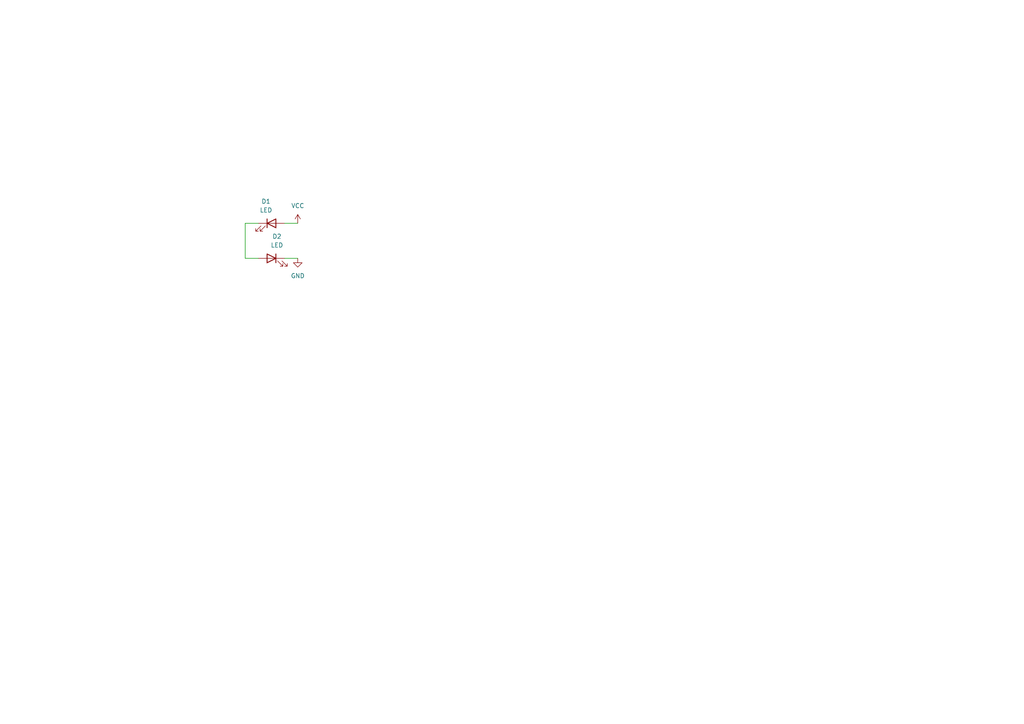
<source format=kicad_sch>
(kicad_sch (version 20211123) (generator eeschema)
  (paper "A4")
  (lib_symbols
    (symbol "Device:LED" (pin_numbers hide) (pin_names (offset 1.016) hide)
      (property "Reference" "D" (at 0 2.54 0))
      (property "Value" "LED" (at 0 -2.54 0))
      (symbol "LED_0_1"
        (polyline (pts (xy -1.27 -1.27) (xy -1.27 1.27)) (stroke (width 0.254)))
        (polyline (pts (xy -1.27 0) (xy 1.27 0)))
        (polyline (pts (xy 1.27 -1.27) (xy 1.27 1.27) (xy -1.27 0) (xy 1.27 -1.27)) (stroke (width 0.254)))
        (polyline (pts (xy -3.048 -0.762) (xy -4.572 -2.286) (xy -3.81 -2.286) (xy -4.572 -2.286) (xy -4.572 -1.524)))
        (polyline (pts (xy -1.778 -0.762) (xy -3.302 -2.286) (xy -2.54 -2.286) (xy -3.302 -2.286) (xy -3.302 -1.524)))
      )
      (symbol "LED_1_1"
        (pin passive line (at -3.81 0 0) (length 2.54) (name "K") (number "1"))
        (pin passive line (at 3.81 0 180) (length 2.54) (name "A") (number "2"))
      )
    )
    (symbol "power:GND" (power) (pin_names (offset 0))
      (property "Value" "GND" (at 0 -3.81 0))
      (symbol "GND_0_1"
        (polyline (pts (xy 0 0) (xy 0 -1.27) (xy 1.27 -1.27) (xy 0 -2.54) (xy -1.27 -1.27) (xy 0 -1.27)))
      )
      (symbol "GND_1_1"
        (pin power_in line (at 0 0 270) (length 0) hide (name "GND") (number "1"))
      )
    )
    (symbol "power:VCC" (power) (pin_names (offset 0))
      (property "Value" "VCC" (at 0 3.81 0))
      (symbol "VCC_0_1"
        (polyline (pts (xy -0.762 1.27) (xy 0 2.54)))
        (polyline (pts (xy 0 0) (xy 0 2.54)))
        (polyline (pts (xy 0 2.54) (xy 0.762 1.27)))
      )
      (symbol "VCC_1_1"
        (pin power_in line (at 0 0 90) (length 0) hide (name "VCC") (number "1"))
      )
    )
  )
  (wire (pts (xy 74.93 64.77) (xy 71.12 64.77)))
  (wire (pts (xy 71.12 74.93) (xy 74.93 74.93)))
  (wire (pts (xy 82.55 74.93) (xy 86.36 74.93)))
  (wire (pts (xy 71.12 64.77) (xy 71.12 74.93)))
  (wire (pts (xy 82.55 64.77) (xy 86.36 64.77)))
  (symbol (lib_id "Device:LED") (at 78.74 74.93 0) (mirror y) (unit 1)
    (property "Reference" "D2" (at 80.3275 68.58 0))
    (property "Value" "LED" (at 80.3275 71.12 0))
    (property "Footprint" "LED_SMD:LED_0603_1608Metric" (effects hide))
  )
  (symbol (lib_id "power:VCC") (at 86.36 64.77 0) (unit 1)
    (property "Reference" "#PWR?" (effects hide))
    (property "Value" "VCC" (at 86.36 59.69 0))
    (property "Footprint" "Connector_Wire:SolderWirePad_1x01_SMD_1x2mm" (effects hide))
  )
  (symbol (lib_id "power:GND") (at 86.36 74.93 0) (unit 1)
    (property "Reference" "#PWR?" (effects hide))
    (property "Value" "GND" (at 86.36 80.01 0))
    (property "Footprint" "Connector_Wire:SolderWirePad_1x01_SMD_1x2mm" (effects hide))
  )
  (symbol (lib_id "Device:LED") (at 78.74 64.77 0) (unit 1)
    (property "Reference" "D1" (at 77.1525 58.42 0))
    (property "Value" "LED" (at 77.1525 60.96 0))
    (property "Footprint" "LED_SMD:LED_0603_1608Metric" (effects hide))
  )
)
</source>
